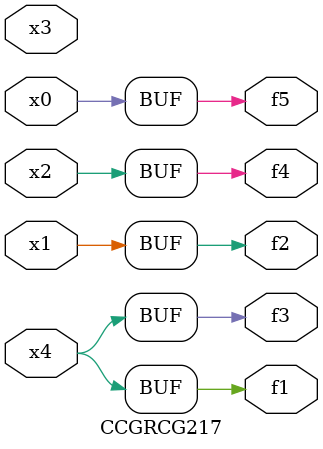
<source format=v>
module CCGRCG217(
	input x0, x1, x2, x3, x4,
	output f1, f2, f3, f4, f5
);
	assign f1 = x4;
	assign f2 = x1;
	assign f3 = x4;
	assign f4 = x2;
	assign f5 = x0;
endmodule

</source>
